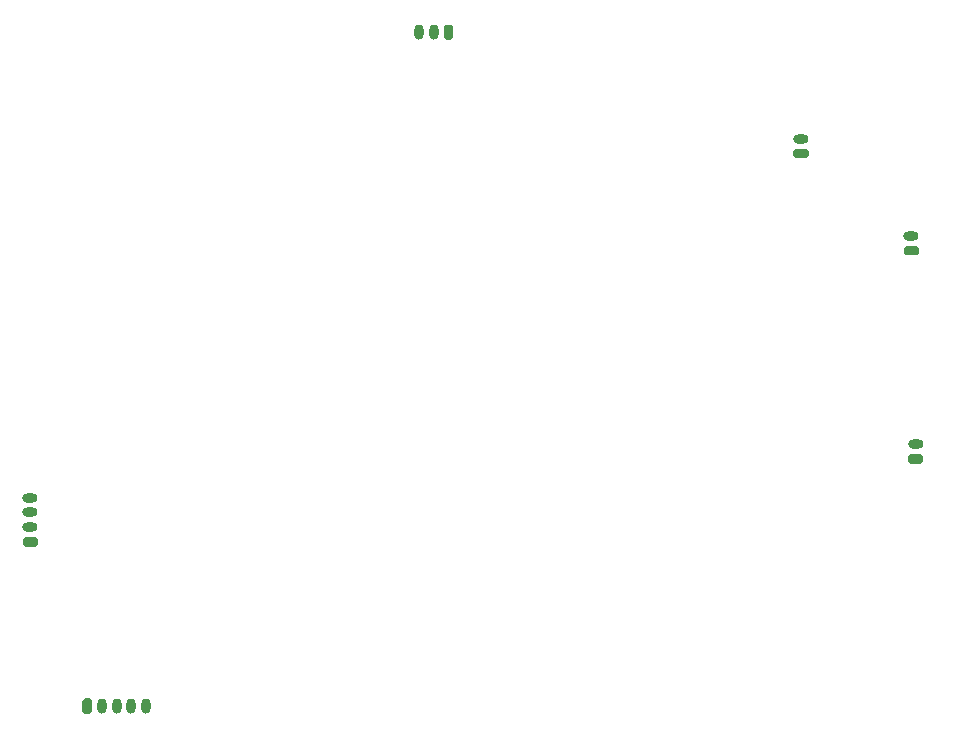
<source format=gbr>
%TF.GenerationSoftware,KiCad,Pcbnew,(5.1.10)-1*%
%TF.CreationDate,2021-07-23T15:11:29+09:00*%
%TF.ProjectId,ZeroGravity,5a65726f-4772-4617-9669-74792e6b6963,rev?*%
%TF.SameCoordinates,Original*%
%TF.FileFunction,Soldermask,Bot*%
%TF.FilePolarity,Negative*%
%FSLAX46Y46*%
G04 Gerber Fmt 4.6, Leading zero omitted, Abs format (unit mm)*
G04 Created by KiCad (PCBNEW (5.1.10)-1) date 2021-07-23 15:11:29*
%MOMM*%
%LPD*%
G01*
G04 APERTURE LIST*
%ADD10O,1.300000X0.800000*%
%ADD11O,0.800000X1.300000*%
G04 APERTURE END LIST*
%TO.C,J4*%
G36*
G01*
X103200000Y-103700000D02*
X102300000Y-103700000D01*
G75*
G02*
X102100000Y-103500000I0J200000D01*
G01*
X102100000Y-103100000D01*
G75*
G02*
X102300000Y-102900000I200000J0D01*
G01*
X103200000Y-102900000D01*
G75*
G02*
X103400000Y-103100000I0J-200000D01*
G01*
X103400000Y-103500000D01*
G75*
G02*
X103200000Y-103700000I-200000J0D01*
G01*
G37*
D10*
X102750000Y-102050000D03*
X102750000Y-100800000D03*
X102750000Y-99550000D03*
%TD*%
%TO.C,J5*%
G36*
G01*
X107150000Y-117650000D02*
X107150000Y-116750000D01*
G75*
G02*
X107350000Y-116550000I200000J0D01*
G01*
X107750000Y-116550000D01*
G75*
G02*
X107950000Y-116750000I0J-200000D01*
G01*
X107950000Y-117650000D01*
G75*
G02*
X107750000Y-117850000I-200000J0D01*
G01*
X107350000Y-117850000D01*
G75*
G02*
X107150000Y-117650000I0J200000D01*
G01*
G37*
D11*
X108800000Y-117200000D03*
X110050000Y-117200000D03*
X111300000Y-117200000D03*
X112550000Y-117200000D03*
%TD*%
%TO.C,J6*%
G36*
G01*
X138550000Y-59700000D02*
X138550000Y-60600000D01*
G75*
G02*
X138350000Y-60800000I-200000J0D01*
G01*
X137950000Y-60800000D01*
G75*
G02*
X137750000Y-60600000I0J200000D01*
G01*
X137750000Y-59700000D01*
G75*
G02*
X137950000Y-59500000I200000J0D01*
G01*
X138350000Y-59500000D01*
G75*
G02*
X138550000Y-59700000I0J-200000D01*
G01*
G37*
X136900000Y-60150000D03*
X135650000Y-60150000D03*
%TD*%
D10*
%TO.C,J2*%
X177350000Y-77400000D03*
G36*
G01*
X177800000Y-79050000D02*
X176900000Y-79050000D01*
G75*
G02*
X176700000Y-78850000I0J200000D01*
G01*
X176700000Y-78450000D01*
G75*
G02*
X176900000Y-78250000I200000J0D01*
G01*
X177800000Y-78250000D01*
G75*
G02*
X178000000Y-78450000I0J-200000D01*
G01*
X178000000Y-78850000D01*
G75*
G02*
X177800000Y-79050000I-200000J0D01*
G01*
G37*
%TD*%
%TO.C,J3*%
G36*
G01*
X178150000Y-96700000D02*
X177250000Y-96700000D01*
G75*
G02*
X177050000Y-96500000I0J200000D01*
G01*
X177050000Y-96100000D01*
G75*
G02*
X177250000Y-95900000I200000J0D01*
G01*
X178150000Y-95900000D01*
G75*
G02*
X178350000Y-96100000I0J-200000D01*
G01*
X178350000Y-96500000D01*
G75*
G02*
X178150000Y-96700000I-200000J0D01*
G01*
G37*
X177700000Y-95050000D03*
%TD*%
%TO.C,J1*%
G36*
G01*
X168450000Y-70800000D02*
X167550000Y-70800000D01*
G75*
G02*
X167350000Y-70600000I0J200000D01*
G01*
X167350000Y-70200000D01*
G75*
G02*
X167550000Y-70000000I200000J0D01*
G01*
X168450000Y-70000000D01*
G75*
G02*
X168650000Y-70200000I0J-200000D01*
G01*
X168650000Y-70600000D01*
G75*
G02*
X168450000Y-70800000I-200000J0D01*
G01*
G37*
X168000000Y-69150000D03*
%TD*%
M02*

</source>
